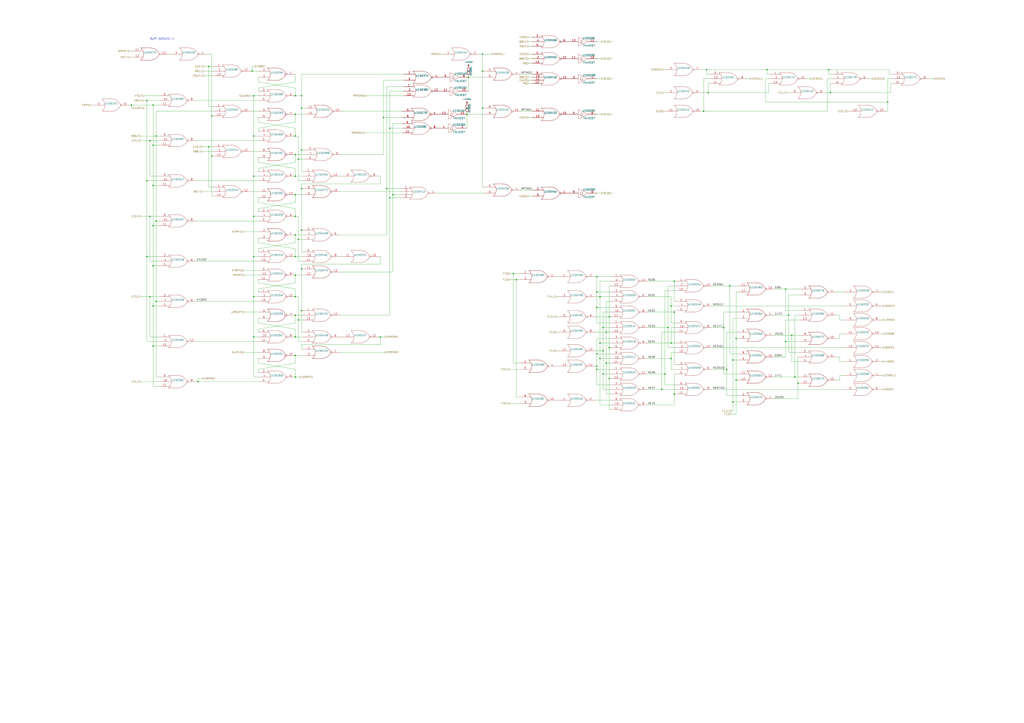
<source format=kicad_sch>
(kicad_sch (version 20211123) (generator eeschema)
  (paper "A1")
  (junction (at 242.57 193.04))
  (junction (at 580.39 57.15))
  (junction (at 120.65 210.82))
  (junction (at 629.92 57.15))
  (junction (at 320.04 162.56))
  (junction (at 645.16 280.67))
  (junction (at 242.57 276.86))
  (junction (at 601.98 295.91))
  (junction (at 245.11 130.81))
  (junction (at 500.38 260.35))
  (junction (at 171.45 120.65))
  (junction (at 242.57 78.74))
  (junction (at 120.65 148.59))
  (junction (at 396.24 44.45))
  (junction (at 495.3 288.29))
  (junction (at 596.9 303.53))
  (junction (at 497.84 273.05))
  (junction (at 551.18 294.64))
  (junction (at 242.57 226.06))
  (junction (at 125.73 218.44))
  (junction (at 208.28 78.74))
  (junction (at 242.57 127))
  (junction (at 424.18 229.87))
  (junction (at 681.99 76.2))
  (junction (at 577.85 91.44))
  (junction (at 543.56 320.04))
  (junction (at 245.11 196.85))
  (junction (at 120.65 82.55))
  (junction (at 495.3 307.34))
  (junction (at 125.73 86.36))
  (junction (at 208.28 111.76))
  (junction (at 242.57 177.8))
  (junction (at 247.65 220.98))
  (junction (at 123.19 115.57))
  (junction (at 317.5 154.94))
  (junction (at 594.36 269.24))
  (junction (at 500.38 285.75))
  (junction (at 490.22 290.83))
  (junction (at 242.57 309.88))
  (junction (at 107.95 86.36))
  (junction (at 125.73 251.46))
  (junction (at 655.32 314.96))
  (junction (at 553.72 231.14))
  (junction (at 601.98 330.2))
  (junction (at 553.72 256.54))
  (junction (at 208.28 177.8))
  (junction (at 247.65 154.94))
  (junction (at 553.72 323.85))
  (junction (at 125.73 185.42))
  (junction (at 383.54 93.98))
  (junction (at 647.7 259.08))
  (junction (at 728.98 83.82))
  (junction (at 604.52 312.42))
  (junction (at 208.28 276.86))
  (junction (at 245.11 262.89))
  (junction (at 247.65 189.23))
  (junction (at 242.57 93.98))
  (junction (at 208.28 243.84))
  (junction (at 652.78 309.88))
  (junction (at 207.01 58.42))
  (junction (at 125.73 119.38))
  (junction (at 128.27 247.65))
  (junction (at 645.16 237.49))
  (junction (at 546.1 307.34))
  (junction (at 242.57 144.78))
  (junction (at 242.57 243.84))
  (junction (at 128.27 181.61))
  (junction (at 123.19 243.84))
  (junction (at 171.45 54.61))
  (junction (at 314.96 96.52))
  (junction (at 242.57 259.08))
  (junction (at 384.81 63.5))
  (junction (at 125.73 152.4))
  (junction (at 173.99 128.27))
  (junction (at 242.57 160.02))
  (junction (at 497.84 298.45))
  (junction (at 247.65 255.27))
  (junction (at 242.57 111.76))
  (junction (at 320.04 105.41))
  (junction (at 581.66 76.2))
  (junction (at 490.22 240.03))
  (junction (at 125.73 284.48))
  (junction (at 128.27 111.76))
  (junction (at 247.65 78.74))
  (junction (at 247.65 88.9))
  (junction (at 208.28 210.82))
  (junction (at 492.76 243.84))
  (junction (at 551.18 281.94))
  (junction (at 396.24 88.9))
  (junction (at 247.65 123.19))
  (junction (at 242.57 210.82))
  (junction (at 599.44 234.95))
  (junction (at 551.18 251.46))
  (junction (at 548.64 269.24))
  (junction (at 162.56 313.69))
  (junction (at 421.64 224.79))
  (junction (at 208.28 144.78))
  (junction (at 396.24 58.42))
  (junction (at 495.3 269.24))
  (junction (at 490.22 303.53))
  (junction (at 490.22 252.73))
  (junction (at 492.76 294.64))
  (junction (at 123.19 177.8))
  (junction (at 322.58 160.02))
  (junction (at 604.52 278.13))
  (junction (at 500.38 311.15))
  (junction (at 173.99 95.25))
  (junction (at 490.22 227.33))
  (junction (at 492.76 281.94))
  (junction (at 680.72 57.15))
  (junction (at 242.57 292.1))
  (junction (at 650.24 275.59))
  (junction (at 312.42 276.86))
  (junction (at 490.22 300.99))
  (wire (pts (xy 426.72 303.53) (xy 419.1 303.53)))
  (wire (pts (xy 543.56 273.05) (xy 543.56 320.04)))
  (wire (pts (xy 247.65 123.19) (xy 250.19 123.19)))
  (wire (pts (xy 171.45 120.65) (xy 171.45 153.67)))
  (wire (pts (xy 655.32 293.37) (xy 655.32 314.96)))
  (wire (pts (xy 247.65 60.96) (xy 331.47 60.96)))
  (wire (pts (xy 581.66 68.58) (xy 582.93 68.58)))
  (wire (pts (xy 419.1 229.87) (xy 424.18 229.87)))
  (wire (pts (xy 242.57 259.08) (xy 248.92 259.08)))
  (wire (pts (xy 212.09 298.45) (xy 212.09 294.64)))
  (wire (pts (xy 631.19 68.58) (xy 632.46 68.58)))
  (wire (pts (xy 689.61 278.13) (xy 689.61 274.32)))
  (wire (pts (xy 492.76 281.94) (xy 492.76 294.64)))
  (wire (pts (xy 107.95 88.9) (xy 109.22 88.9)))
  (wire (pts (xy 175.26 62.23) (xy 167.64 62.23)))
  (wire (pts (xy 171.45 54.61) (xy 175.26 54.61)))
  (wire (pts (xy 107.95 86.36) (xy 125.73 86.36)))
  (wire (pts (xy 125.73 284.48) (xy 130.81 284.48)))
  (wire (pts (xy 115.57 243.84) (xy 123.19 243.84)))
  (wire (pts (xy 723.9 308.61) (xy 725.17 308.61)))
  (wire (pts (xy 247.65 154.94) (xy 248.92 154.94)))
  (wire (pts (xy 636.27 309.88) (xy 652.78 309.88)))
  (wire (pts (xy 551.18 303.53) (xy 554.99 303.53)))
  (wire (pts (xy 728.98 91.44) (xy 727.71 91.44)))
  (wire (pts (xy 421.64 224.79) (xy 421.64 298.45)))
  (wire (pts (xy 424.18 326.39) (xy 426.72 326.39)))
  (wire (pts (xy 175.26 58.42) (xy 167.64 58.42)))
  (wire (pts (xy 687.07 259.08) (xy 689.61 259.08)))
  (wire (pts (xy 173.99 128.27) (xy 173.99 161.29)))
  (wire (pts (xy 123.19 177.8) (xy 130.81 177.8)))
  (wire (pts (xy 208.28 111.76) (xy 208.28 144.78)))
  (wire (pts (xy 247.65 255.27) (xy 247.65 273.05)))
  (wire (pts (xy 656.59 297.18) (xy 650.24 297.18)))
  (wire (pts (xy 553.72 323.85) (xy 553.72 332.74)))
  (wire (pts (xy 426.72 331.47) (xy 419.1 331.47)))
  (wire (pts (xy 546.1 238.76) (xy 554.99 238.76)))
  (wire (pts (xy 125.73 185.42) (xy 130.81 185.42)))
  (wire (pts (xy 384.81 63.5) (xy 384.81 74.93)))
  (wire (pts (xy 553.72 231.14) (xy 553.72 247.65)))
  (wire (pts (xy 247.65 273.05) (xy 248.92 273.05)))
  (wire (pts (xy 115.57 313.69) (xy 130.81 313.69)))
  (wire (pts (xy 242.57 259.08) (xy 242.57 265.43)))
  (wire (pts (xy 551.18 251.46) (xy 551.18 265.43)))
  (wire (pts (xy 317.5 71.12) (xy 331.47 71.12)))
  (wire (pts (xy 311.15 210.82) (xy 312.42 210.82)))
  (wire (pts (xy 125.73 317.5) (xy 130.81 317.5)))
  (wire (pts (xy 120.65 82.55) (xy 120.65 148.59)))
  (wire (pts (xy 553.72 323.85) (xy 554.99 323.85)))
  (wire (pts (xy 436.88 38.1) (xy 434.34 38.1)))
  (wire (pts (xy 554.99 269.24) (xy 551.18 269.24)))
  (wire (pts (xy 125.73 119.38) (xy 130.81 119.38)))
  (wire (pts (xy 161.29 148.59) (xy 212.09 148.59)))
  (wire (pts (xy 490.22 227.33) (xy 490.22 240.03)))
  (wire (pts (xy 120.65 210.82) (xy 120.65 280.67)))
  (wire (pts (xy 605.79 261.62) (xy 601.98 261.62)))
  (wire (pts (xy 205.74 124.46) (xy 212.09 124.46)))
  (wire (pts (xy 492.76 294.64) (xy 492.76 332.74)))
  (wire (pts (xy 689.61 308.61) (xy 689.61 312.42)))
  (wire (pts (xy 532.13 320.04) (xy 543.56 320.04)))
  (wire (pts (xy 396.24 88.9) (xy 396.24 153.67)))
  (wire (pts (xy 397.51 158.75) (xy 359.41 158.75)))
  (wire (pts (xy 208.28 78.74) (xy 208.28 111.76)))
  (wire (pts (xy 322.58 223.52) (xy 279.4 223.52)))
  (wire (pts (xy 645.16 255.27) (xy 645.16 237.49)))
  (wire (pts (xy 120.65 148.59) (xy 130.81 148.59)))
  (wire (pts (xy 543.56 320.04) (xy 554.99 320.04)))
  (wire (pts (xy 500.38 311.15) (xy 500.38 336.55)))
  (wire (pts (xy 320.04 74.93) (xy 320.04 105.41)))
  (wire (pts (xy 175.26 124.46) (xy 166.37 124.46)))
  (wire (pts (xy 645.16 262.89) (xy 645.16 280.67)))
  (wire (pts (xy 396.24 58.42) (xy 396.24 88.9)))
  (wire (pts (xy 393.7 44.45) (xy 396.24 44.45)))
  (wire (pts (xy 596.9 303.53) (xy 585.47 303.53)))
  (wire (pts (xy 247.65 189.23) (xy 248.92 189.23)))
  (wire (pts (xy 317.5 154.94) (xy 317.5 193.04)))
  (wire (pts (xy 242.57 93.98) (xy 242.57 100.33)))
  (wire (pts (xy 490.22 303.53) (xy 490.22 316.23)))
  (wire (pts (xy 551.18 294.64) (xy 551.18 303.53)))
  (wire (pts (xy 594.36 256.54) (xy 594.36 269.24)))
  (wire (pts (xy 250.19 93.98) (xy 242.57 93.98)))
  (wire (pts (xy 245.11 262.89) (xy 248.92 262.89)))
  (wire (pts (xy 723.9 262.89) (xy 725.17 262.89)))
  (wire (pts (xy 495.3 320.04) (xy 501.65 320.04)))
  (wire (pts (xy 551.18 251.46) (xy 554.99 251.46)))
  (wire (pts (xy 125.73 185.42) (xy 125.73 218.44)))
  (wire (pts (xy 138.43 44.45) (xy 139.7 44.45)))
  (wire (pts (xy 247.65 88.9) (xy 247.65 123.19)))
  (wire (pts (xy 161.29 247.65) (xy 212.09 247.65)))
  (wire (pts (xy 490.22 64.77) (xy 494.03 64.77)))
  (wire (pts (xy 687.07 240.03) (xy 693.42 240.03)))
  (wire (pts (xy 577.85 64.77) (xy 582.93 64.77)))
  (wire (pts (xy 419.1 224.79) (xy 421.64 224.79)))
  (wire (pts (xy 501.65 234.95) (xy 500.38 234.95)))
  (wire (pts (xy 457.2 273.05) (xy 458.47 273.05)))
  (wire (pts (xy 212.09 204.47) (xy 212.09 207.01)))
  (wire (pts (xy 436.88 63.5) (xy 434.34 63.5)))
  (wire (pts (xy 500.38 260.35) (xy 500.38 285.75)))
  (wire (pts (xy 495.3 269.24) (xy 495.3 288.29)))
  (wire (pts (xy 495.3 307.34) (xy 501.65 307.34)))
  (wire (pts (xy 679.45 91.44) (xy 679.45 64.77)))
  (wire (pts (xy 457.2 227.33) (xy 458.47 227.33)))
  (wire (pts (xy 125.73 218.44) (xy 125.73 251.46)))
  (wire (pts (xy 279.4 289.56) (xy 316.23 289.56)))
  (wire (pts (xy 604.52 340.36) (xy 600.71 340.36)))
  (wire (pts (xy 490.22 240.03) (xy 501.65 240.03)))
  (wire (pts (xy 173.99 95.25) (xy 175.26 95.25)))
  (wire (pts (xy 245.11 130.81) (xy 245.11 148.59)))
  (wire (pts (xy 500.38 285.75) (xy 500.38 311.15)))
  (wire (pts (xy 107.95 86.36) (xy 107.95 88.9)))
  (wire (pts (xy 396.24 88.9) (xy 397.51 88.9)))
  (wire (pts (xy 645.16 237.49) (xy 656.59 237.49)))
  (wire (pts (xy 553.72 255.27) (xy 553.72 256.54)))
  (wire (pts (xy 208.28 144.78) (xy 208.28 177.8)))
  (wire (pts (xy 161.29 313.69) (xy 162.56 313.69)))
  (wire (pts (xy 317.5 154.94) (xy 328.93 154.94)))
  (wire (pts (xy 730.25 60.96) (xy 732.79 60.96)))
  (wire (pts (xy 551.18 269.24) (xy 551.18 281.94)))
  (wire (pts (xy 577.85 91.44) (xy 679.45 91.44)))
  (wire (pts (xy 312.42 210.82) (xy 312.42 217.17)))
  (wire (pts (xy 242.57 138.43) (xy 212.09 133.35)))
  (wire (pts (xy 629.92 57.15) (xy 629.92 60.96)))
  (wire (pts (xy 123.19 243.84) (xy 123.19 276.86)))
  (wire (pts (xy 330.2 96.52) (xy 314.96 96.52)))
  (wire (pts (xy 322.58 101.6) (xy 330.2 101.6)))
  (wire (pts (xy 497.84 323.85) (xy 501.65 323.85)))
  (wire (pts (xy 490.22 227.33) (xy 501.65 227.33)))
  (wire (pts (xy 363.22 44.45) (xy 361.95 44.45)))
  (wire (pts (xy 118.11 78.74) (xy 130.81 78.74)))
  (wire (pts (xy 585.47 285.75) (xy 693.42 285.75)))
  (wire (pts (xy 242.57 292.1) (xy 242.57 298.45)))
  (wire (pts (xy 601.98 295.91) (xy 601.98 330.2)))
  (wire (pts (xy 424.18 229.87) (xy 426.72 229.87)))
  (wire (pts (xy 207.01 58.42) (xy 212.09 58.42)))
  (wire (pts (xy 490.22 278.13) (xy 501.65 278.13)))
  (wire (pts (xy 546.1 57.15) (xy 544.83 57.15)))
  (wire (pts (xy 320.04 259.08) (xy 279.4 259.08)))
  (wire (pts (xy 427.99 60.96) (xy 436.88 60.96)))
  (wire (pts (xy 577.85 91.44) (xy 577.85 64.77)))
  (wire (pts (xy 167.64 54.61) (xy 171.45 54.61)))
  (wire (pts (xy 490.22 48.26) (xy 494.03 48.26)))
  (wire (pts (xy 681.99 76.2) (xy 731.52 76.2)))
  (wire (pts (xy 421.64 224.79) (xy 426.72 224.79)))
  (wire (pts (xy 245.11 148.59) (xy 248.92 148.59)))
  (wire (pts (xy 427.99 156.21) (xy 436.88 156.21)))
  (wire (pts (xy 74.93 86.36) (xy 76.2 86.36)))
  (wire (pts (xy 320.04 105.41) (xy 330.2 105.41)))
  (wire (pts (xy 173.99 161.29) (xy 175.26 161.29)))
  (wire (pts (xy 245.11 243.84) (xy 245.11 262.89)))
  (wire (pts (xy 212.09 105.41) (xy 212.09 107.95)))
  (wire (pts (xy 200.66 226.06) (xy 212.09 226.06)))
  (wire (pts (xy 689.61 262.89) (xy 693.42 262.89)))
  (wire (pts (xy 128.27 247.65) (xy 128.27 309.88)))
  (wire (pts (xy 125.73 251.46) (xy 125.73 284.48)))
  (wire (pts (xy 495.3 269.24) (xy 501.65 269.24)))
  (wire (pts (xy 208.28 243.84) (xy 212.09 243.84)))
  (wire (pts (xy 248.92 193.04) (xy 242.57 193.04)))
  (wire (pts (xy 242.57 105.41) (xy 212.09 100.33)))
  (wire (pts (xy 604.52 312.42) (xy 604.52 340.36)))
  (wire (pts (xy 242.57 237.49) (xy 212.09 232.41)))
  (wire (pts (xy 495.3 256.54) (xy 495.3 269.24)))
  (wire (pts (xy 212.09 100.33) (xy 212.09 96.52)))
  (wire (pts (xy 599.44 290.83) (xy 605.79 290.83)))
  (wire (pts (xy 636.27 259.08) (xy 647.7 259.08)))
  (wire (pts (xy 497.84 298.45) (xy 497.84 323.85)))
  (wire (pts (xy 123.19 276.86) (xy 130.81 276.86)))
  (wire (pts (xy 605.79 295.91) (xy 601.98 295.91)))
  (wire (pts (xy 728.98 83.82) (xy 728.98 91.44)))
  (wire (pts (xy 314.96 66.04) (xy 314.96 96.52)))
  (wire (pts (xy 548.64 234.95) (xy 554.99 234.95)))
  (wire (pts (xy 128.27 111.76) (xy 128.27 181.61)))
  (wire (pts (xy 120.65 82.55) (xy 130.81 82.55)))
  (wire (pts (xy 488.95 260.35) (xy 500.38 260.35)))
  (wire (pts (xy 125.73 152.4) (xy 125.73 185.42)))
  (wire (pts (xy 242.57 232.41) (xy 212.09 237.49)))
  (wire (pts (xy 248.92 276.86) (xy 242.57 276.86)))
  (wire (pts (xy 490.22 290.83) (xy 490.22 300.99)))
  (wire (pts (xy 647.7 289.56) (xy 656.59 289.56)))
  (wire (pts (xy 548.64 285.75) (xy 554.99 285.75)))
  (wire (pts (xy 628.65 64.77) (xy 632.46 64.77)))
  (wire (pts (xy 320.04 105.41) (xy 320.04 162.56)))
  (wire (pts (xy 687.07 278.13) (xy 689.61 278.13)))
  (wire (pts (xy 500.38 336.55) (xy 501.65 336.55)))
  (wire (pts (xy 242.57 243.84) (xy 245.11 243.84)))
  (wire (pts (xy 115.57 111.76) (xy 128.27 111.76)))
  (wire (pts (xy 320.04 74.93) (xy 331.47 74.93)))
  (wire (pts (xy 599.44 234.95) (xy 599.44 290.83)))
  (wire (pts (xy 731.52 76.2) (xy 731.52 68.58)))
  (wire (pts (xy 312.42 217.17) (xy 247.65 217.17)))
  (wire (pts (xy 581.66 76.2) (xy 581.66 68.58)))
  (wire (pts (xy 548.64 234.95) (xy 548.64 269.24)))
  (wire (pts (xy 652.78 259.08) (xy 652.78 309.88)))
  (wire (pts (xy 497.84 273.05) (xy 497.84 298.45)))
  (wire (pts (xy 396.24 44.45) (xy 396.24 58.42)))
  (wire (pts (xy 532.13 231.14) (xy 553.72 231.14)))
  (wire (pts (xy 424.18 229.87) (xy 424.18 326.39)))
  (wire (pts (xy 242.57 100.33) (xy 212.09 105.41)))
  (wire (pts (xy 120.65 148.59) (xy 120.65 210.82)))
  (wire (pts (xy 320.04 162.56) (xy 320.04 259.08)))
  (wire (pts (xy 247.65 123.19) (xy 247.65 140.97)))
  (wire (pts (xy 205.74 157.48) (xy 212.09 157.48)))
  (wire (pts (xy 681.99 68.58) (xy 683.26 68.58)))
  (wire (pts (xy 118.11 82.55) (xy 120.65 82.55)))
  (wire (pts (xy 242.57 72.39) (xy 212.09 67.31)))
  (wire (pts (xy 212.09 138.43) (xy 212.09 140.97)))
  (wire (pts (xy 500.38 234.95) (xy 500.38 260.35)))
  (wire (pts (xy 242.57 111.76) (xy 245.11 111.76)))
  (wire (pts (xy 546.1 76.2) (xy 544.83 76.2)))
  (wire (pts (xy 383.54 92.71) (xy 383.54 93.98)))
  (wire (pts (xy 655.32 314.96) (xy 655.32 327.66)))
  (wire (pts (xy 242.57 166.37) (xy 212.09 171.45)))
  (wire (pts (xy 208.28 309.88) (xy 212.09 309.88)))
  (wire (pts (xy 397.51 93.98) (xy 383.54 93.98)))
  (wire (pts (xy 488.95 227.33) (xy 490.22 227.33)))
  (wire (pts (xy 242.57 60.96) (xy 242.57 67.31)))
  (wire (pts (xy 652.78 309.88) (xy 656.59 309.88)))
  (wire (pts (xy 680.72 57.15) (xy 730.25 57.15)))
  (wire (pts (xy 594.36 256.54) (xy 605.79 256.54)))
  (wire (pts (xy 242.57 171.45) (xy 212.09 166.37)))
  (wire (pts (xy 492.76 332.74) (xy 501.65 332.74)))
  (wire (pts (xy 457.2 300.99) (xy 458.47 300.99)))
  (wire (pts (xy 723.9 274.32) (xy 725.17 274.32)))
  (wire (pts (xy 107.95 46.99) (xy 106.68 46.99)))
  (wire (pts (xy 247.65 151.13) (xy 247.65 154.94)))
  (wire (pts (xy 125.73 152.4) (xy 130.81 152.4)))
  (wire (pts (xy 242.57 199.39) (xy 212.09 204.47)))
  (wire (pts (xy 497.84 247.65) (xy 501.65 247.65)))
  (wire (pts (xy 245.11 196.85) (xy 245.11 214.63)))
  (wire (pts (xy 245.11 177.8) (xy 245.11 196.85)))
  (wire (pts (xy 576.58 57.15) (xy 580.39 57.15)))
  (wire (pts (xy 731.52 68.58) (xy 732.79 68.58)))
  (wire (pts (xy 171.45 54.61) (xy 171.45 87.63)))
  (wire (pts (xy 123.19 115.57) (xy 123.19 144.78)))
  (wire (pts (xy 128.27 181.61) (xy 130.81 181.61)))
  (wire (pts (xy 656.59 262.89) (xy 645.16 262.89)))
  (wire (pts (xy 242.57 226.06) (xy 248.92 226.06)))
  (wire (pts (xy 242.57 292.1) (xy 248.92 292.1)))
  (wire (pts (xy 490.22 300.99) (xy 488.95 300.99)))
  (wire (pts (xy 713.74 64.77) (xy 716.28 64.77)))
  (wire (pts (xy 546.1 238.76) (xy 546.1 307.34)))
  (wire (pts (xy 384.81 62.23) (xy 384.81 63.5)))
  (wire (pts (xy 551.18 281.94) (xy 554.99 281.94)))
  (wire (pts (xy 656.59 259.08) (xy 652.78 259.08)))
  (wire (pts (xy 553.72 256.54) (xy 553.72 299.72)))
  (wire (pts (xy 245.11 262.89) (xy 245.11 280.67)))
  (wire (pts (xy 601.98 337.82) (xy 600.71 337.82)))
  (wire (pts (xy 245.11 111.76) (xy 245.11 130.81)))
  (wire (pts (xy 553.72 332.74) (xy 532.13 332.74)))
  (wire (pts (xy 647.7 242.57) (xy 647.7 259.08)))
  (wire (pts (xy 162.56 313.69) (xy 162.56 311.15)))
  (wire (pts (xy 532.13 269.24) (xy 548.64 269.24)))
  (wire (pts (xy 576.58 91.44) (xy 577.85 91.44)))
  (wire (pts (xy 212.09 166.37) (xy 212.09 162.56)))
  (wire (pts (xy 656.59 255.27) (xy 645.16 255.27)))
  (wire (pts (xy 492.76 231.14) (xy 492.76 243.84)))
  (wire (pts (xy 125.73 218.44) (xy 130.81 218.44)))
  (wire (pts (xy 585.47 251.46) (xy 693.42 251.46)))
  (wire (pts (xy 553.72 307.34) (xy 553.72 323.85)))
  (wire (pts (xy 242.57 309.88) (xy 246.38 309.88)))
  (wire (pts (xy 645.16 280.67) (xy 645.16 293.37)))
  (wire (pts (xy 613.41 64.77) (xy 615.95 64.77)))
  (wire (pts (xy 532.13 307.34) (xy 546.1 307.34)))
  (wire (pts (xy 242.57 111.76) (xy 242.57 105.41)))
  (wire (pts (xy 161.29 280.67) (xy 212.09 280.67)))
  (wire (pts (xy 242.57 226.06) (xy 242.57 232.41)))
  (wire (pts (xy 247.65 217.17) (xy 247.65 220.98)))
  (wire (pts (xy 171.45 120.65) (xy 175.26 120.65)))
  (wire (pts (xy 173.99 95.25) (xy 173.99 128.27)))
  (wire (pts (xy 123.19 243.84) (xy 130.81 243.84)))
  (wire (pts (xy 497.84 247.65) (xy 497.84 273.05)))
  (wire (pts (xy 123.19 214.63) (xy 130.81 214.63)))
  (wire (pts (xy 123.19 115.57) (xy 130.81 115.57)))
  (wire (pts (xy 655.32 314.96) (xy 656.59 314.96)))
  (wire (pts (xy 312.42 283.21) (xy 247.65 283.21)))
  (wire (pts (xy 330.2 91.44) (xy 280.67 91.44)))
  (wire (pts (xy 421.64 298.45) (xy 426.72 298.45)))
  (wire (pts (xy 247.65 140.97) (xy 248.92 140.97)))
  (wire (pts (xy 605.79 273.05) (xy 596.9 273.05)))
  (wire (pts (xy 495.3 307.34) (xy 495.3 320.04)))
  (wire (pts (xy 175.26 157.48) (xy 166.37 157.48)))
  (wire (pts (xy 328.93 157.48) (xy 279.4 157.48)))
  (wire (pts (xy 312.42 276.86) (xy 316.23 276.86)))
  (wire (pts (xy 650.24 275.59) (xy 656.59 275.59)))
  (wire (pts (xy 647.7 242.57) (xy 656.59 242.57)))
  (wire (pts (xy 247.65 154.94) (xy 247.65 189.23)))
  (wire (pts (xy 212.09 133.35) (xy 212.09 129.54)))
  (wire (pts (xy 322.58 101.6) (xy 322.58 160.02)))
  (wire (pts (xy 490.22 300.99) (xy 490.22 303.53)))
  (wire (pts (xy 279.4 144.78) (xy 280.67 144.78)))
  (wire (pts (xy 200.66 256.54) (xy 212.09 256.54)))
  (wire (pts (xy 125.73 284.48) (xy 125.73 317.5)))
  (wire (pts (xy 436.88 34.29) (xy 434.34 34.29)))
  (wire (pts (xy 208.28 276.86) (xy 208.28 309.88)))
  (wire (pts (xy 170.18 44.45) (xy 173.99 44.45)))
  (wire (pts (xy 205.74 78.74) (xy 208.28 78.74)))
  (wire (pts (xy 242.57 193.04) (xy 242.57 199.39)))
  (wire (pts (xy 171.45 87.63) (xy 175.26 87.63)))
  (wire (pts (xy 331.47 78.74) (xy 300.99 78.74)))
  (wire (pts (xy 247.65 287.02) (xy 248.92 287.02)))
  (wire (pts (xy 250.19 127) (xy 242.57 127)))
  (wire (pts (xy 551.18 289.56) (xy 554.99 289.56)))
  (wire (pts (xy 242.57 243.84) (xy 242.57 237.49)))
  (wire (pts (xy 175.26 91.44) (xy 128.27 91.44)))
  (wire (pts (xy 247.65 220.98) (xy 248.92 220.98)))
  (wire (pts (xy 605.79 240.03) (xy 604.52 240.03)))
  (wire (pts (xy 245.11 196.85) (xy 248.92 196.85)))
  (wire (pts (xy 495.3 288.29) (xy 488.95 288.29)))
  (wire (pts (xy 457.2 288.29) (xy 458.47 288.29)))
  (wire (pts (xy 689.61 259.08) (xy 689.61 262.89)))
  (wire (pts (xy 320.04 162.56) (xy 328.93 162.56)))
  (wire (pts (xy 457.2 328.93) (xy 458.47 328.93)))
  (wire (pts (xy 604.52 278.13) (xy 604.52 312.42)))
  (wire (pts (xy 650.24 297.18) (xy 650.24 275.59)))
  (wire (pts (xy 279.4 276.86) (xy 280.67 276.86)))
  (wire (pts (xy 242.57 276.86) (xy 242.57 270.51)))
  (wire (pts (xy 492.76 231.14) (xy 501.65 231.14)))
  (wire (pts (xy 242.57 177.8) (xy 245.11 177.8)))
  (wire (pts (xy 120.65 280.67) (xy 130.81 280.67)))
  (wire (pts (xy 212.09 232.41) (xy 212.09 229.87)))
  (wire (pts (xy 728.98 83.82) (xy 628.65 83.82)))
  (wire (pts (xy 553.72 307.34) (xy 554.99 307.34)))
  (wire (pts (xy 115.57 115.57) (xy 123.19 115.57)))
  (wire (pts (xy 490.22 278.13) (xy 490.22 290.83)))
  (wire (pts (xy 242.57 67.31) (xy 212.09 72.39)))
  (wire (pts (xy 532.13 243.84) (xy 551.18 243.84)))
  (wire (pts (xy 311.15 144.78) (xy 312.42 144.78)))
  (wire (pts (xy 205.74 91.44) (xy 212.09 91.44)))
  (wire (pts (xy 247.65 60.96) (xy 247.65 78.74)))
  (wire (pts (xy 601.98 330.2) (xy 601.98 337.82)))
  (wire (pts (xy 763.27 64.77) (xy 767.08 64.77)))
  (wire (pts (xy 678.18 76.2) (xy 681.99 76.2)))
  (wire (pts (xy 546.1 91.44) (xy 544.83 91.44)))
  (wire (pts (xy 173.99 44.45) (xy 173.99 95.25)))
  (wire (pts (xy 436.88 66.04) (xy 434.34 66.04)))
  (wire (pts (xy 594.36 269.24) (xy 594.36 307.34)))
  (wire (pts (xy 245.11 214.63) (xy 248.92 214.63)))
  (wire (pts (xy 427.99 91.44) (xy 436.88 91.44)))
  (wire (pts (xy 312.42 276.86) (xy 312.42 283.21)))
  (wire (pts (xy 488.95 273.05) (xy 497.84 273.05)))
  (wire (pts (xy 242.57 309.88) (xy 242.57 303.53)))
  (wire (pts (xy 500.38 260.35) (xy 501.65 260.35)))
  (wire (pts (xy 245.11 280.67) (xy 248.92 280.67)))
  (wire (pts (xy 585.47 269.24) (xy 594.36 269.24)))
  (wire (pts (xy 162.56 313.69) (xy 212.09 313.69)))
  (wire (pts (xy 687.07 293.37) (xy 689.61 293.37)))
  (wire (pts (xy 605.79 278.13) (xy 604.52 278.13)))
  (wire (pts (xy 317.5 193.04) (xy 279.4 193.04)))
  (wire (pts (xy 553.72 231.14) (xy 554.99 231.14)))
  (wire (pts (xy 647.7 76.2) (xy 646.43 76.2)))
  (wire (pts (xy 242.57 144.78) (xy 242.57 138.43)))
  (wire (pts (xy 242.57 177.8) (xy 242.57 171.45)))
  (wire (pts (xy 162.56 311.15) (xy 166.37 311.15)))
  (wire (pts (xy 554.99 273.05) (xy 543.56 273.05)))
  (wire (pts (xy 580.39 60.96) (xy 582.93 60.96)))
  (wire (pts (xy 689.61 293.37) (xy 689.61 297.18)))
  (wire (pts (xy 279.4 210.82) (xy 280.67 210.82)))
  (wire (pts (xy 212.09 270.51) (xy 212.09 273.05)))
  (wire (pts (xy 689.61 274.32) (xy 693.42 274.32)))
  (wire (pts (xy 645.16 293.37) (xy 636.27 293.37)))
  (wire (pts (xy 311.15 276.86) (xy 312.42 276.86)))
  (wire (pts (xy 490.22 252.73) (xy 501.65 252.73)))
  (wire (pts (xy 656.59 280.67) (xy 645.16 280.67)))
  (wire (pts (xy 242.57 78.74) (xy 242.57 72.39)))
  (wire (pts (xy 492.76 281.94) (xy 501.65 281.94)))
  (wire (pts (xy 580.39 57.15) (xy 580.39 60.96)))
  (wire (pts (xy 208.28 177.8) (xy 212.09 177.8)))
  (wire (pts (xy 599.44 234.95) (xy 605.79 234.95)))
  (wire (pts (xy 532.13 281.94) (xy 551.18 281.94)))
  (wire (pts (xy 655.32 293.37) (xy 656.59 293.37)))
  (wire (pts (xy 125.73 119.38) (xy 125.73 152.4)))
  (wire (pts (xy 492.76 243.84) (xy 492.76 281.94)))
  (wire (pts (xy 314.96 127) (xy 280.67 127)))
  (wire (pts (xy 581.66 76.2) (xy 631.19 76.2)))
  (wire (pts (xy 585.47 320.04) (xy 693.42 320.04)))
  (wire (pts (xy 247.65 189.23) (xy 247.65 207.01)))
  (wire (pts (xy 242.57 127) (xy 242.57 133.35)))
  (wire (pts (xy 532.13 256.54) (xy 553.72 256.54)))
  (wire (pts (xy 107.95 41.91) (xy 106.68 41.91)))
  (wire (pts (xy 436.88 30.48) (xy 434.34 30.48)))
  (wire (pts (xy 248.92 210.82) (xy 242.57 210.82)))
  (wire (pts (xy 128.27 111.76) (xy 130.81 111.76)))
  (wire (pts (xy 596.9 273.05) (xy 596.9 303.53)))
  (wire (pts (xy 585.47 234.95) (xy 599.44 234.95)))
  (wire (pts (xy 490.22 158.75) (xy 494.03 158.75)))
  (wire (pts (xy 312.42 144.78) (xy 312.42 151.13)))
  (wire (pts (xy 655.32 327.66) (xy 636.27 327.66)))
  (wire (pts (xy 436.88 52.07) (xy 434.34 52.07)))
  (wire (pts (xy 601.98 261.62) (xy 601.98 295.91)))
  (wire (pts (xy 247.65 78.74) (xy 247.65 88.9)))
  (wire (pts (xy 207.01 58.42) (xy 207.01 54.61)))
  (wire (pts (xy 436.88 48.26) (xy 434.34 48.26)))
  (wire (pts (xy 580.39 57.15) (xy 629.92 57.15)))
  (wire (pts (xy 548.64 269.24) (xy 548.64 285.75)))
  (wire (pts (xy 396.24 58.42) (xy 397.51 58.42)))
  (wire (pts (xy 551.18 289.56) (xy 551.18 294.64)))
  (wire (pts (xy 161.29 181.61) (xy 212.09 181.61)))
  (wire (pts (xy 322.58 160.02) (xy 322.58 223.52)))
  (wire (pts (xy 314.96 66.04) (xy 331.47 66.04)))
  (wire (pts (xy 208.28 243.84) (xy 208.28 276.86)))
  (wire (pts (xy 208.28 177.8) (xy 208.28 210.82)))
  (wire (pts (xy 383.54 93.98) (xy 383.54 105.41)))
  (wire (pts (xy 697.23 91.44) (xy 695.96 91.44)))
  (wire (pts (xy 679.45 64.77) (xy 683.26 64.77)))
  (wire (pts (xy 128.27 309.88) (xy 130.81 309.88)))
  (wire (pts (xy 242.57 265.43) (xy 212.09 270.51)))
  (wire (pts (xy 553.72 255.27) (xy 554.99 255.27)))
  (wire (pts (xy 212.09 111.76) (xy 208.28 111.76)))
  (wire (pts (xy 629.92 60.96) (xy 632.46 60.96)))
  (wire (pts (xy 128.27 181.61) (xy 128.27 247.65)))
  (wire (pts (xy 490.22 93.98) (xy 494.03 93.98)))
  (wire (pts (xy 123.19 177.8) (xy 123.19 214.63)))
  (wire (pts (xy 636.27 237.49) (xy 645.16 237.49)))
  (wire (pts (xy 594.36 307.34) (xy 605.79 307.34)))
  (wire (pts (xy 532.13 294.64) (xy 551.18 294.64)))
  (wire (pts (xy 436.88 161.29) (xy 434.34 161.29)))
  (wire (pts (xy 242.57 204.47) (xy 212.09 199.39)))
  (wire (pts (xy 457.2 243.84) (xy 458.47 243.84)))
  (wire (pts (xy 488.95 243.84) (xy 492.76 243.84)))
  (wire (pts (xy 212.09 67.31) (xy 212.09 63.5)))
  (wire (pts (xy 212.09 72.39) (xy 212.09 74.93)))
  (wire (pts (xy 492.76 294.64) (xy 501.65 294.64)))
  (wire (pts (xy 436.88 96.52) (xy 434.34 96.52)))
  (wire (pts (xy 161.29 214.63) (xy 212.09 214.63)))
  (wire (pts (xy 728.98 64.77) (xy 728.98 83.82)))
  (wire (pts (xy 723.9 240.03) (xy 725.17 240.03)))
  (wire (pts (xy 173.99 128.27) (xy 175.26 128.27)))
  (wire (pts (xy 689.61 312.42) (xy 687.07 312.42)))
  (wire (pts (xy 208.28 210.82) (xy 212.09 210.82)))
  (wire (pts (xy 730.25 57.15) (xy 730.25 60.96)))
  (wire (pts (xy 248.92 144.78) (xy 242.57 144.78)))
  (wire (pts (xy 312.42 151.13) (xy 247.65 151.13)))
  (wire (pts (xy 497.84 298.45) (xy 501.65 298.45)))
  (wire (pts (xy 604.52 240.03) (xy 604.52 278.13)))
  (wire (pts (xy 488.95 328.93) (xy 501.65 328.93)))
  (wire (pts (xy 436.88 44.45) (xy 434.34 44.45)))
  (wire (pts (xy 106.68 86.36) (xy 107.95 86.36)))
  (wire (pts (xy 636.27 275.59) (xy 650.24 275.59)))
  (wire (pts (xy 490.22 303.53) (xy 501.65 303.53)))
  (wire (pts (xy 242.57 133.35) (xy 212.09 138.43)))
  (wire (pts (xy 546.1 316.23) (xy 554.99 316.23)))
  (wire (pts (xy 490.22 252.73) (xy 490.22 265.43)))
  (wire (pts (xy 500.38 285.75) (xy 501.65 285.75)))
  (wire (pts (xy 247.65 283.21) (xy 247.65 287.02)))
  (wire (pts (xy 317.5 71.12) (xy 317.5 154.94)))
  (wire (pts (xy 490.22 34.29) (xy 494.03 34.29)))
  (wire (pts (xy 631.19 76.2) (xy 631.19 68.58)))
  (wire (pts (xy 245.11 130.81) (xy 250.19 130.81)))
  (wire (pts (xy 208.28 276.86) (xy 212.09 276.86)))
  (wire (pts (xy 128.27 91.44) (xy 128.27 111.76)))
  (wire (pts (xy 693.42 308.61) (xy 689.61 308.61)))
  (wire (pts (xy 247.65 88.9) (xy 250.19 88.9)))
  (wire (pts (xy 242.57 270.51) (xy 212.09 265.43)))
  (wire (pts (xy 492.76 243.84) (xy 501.65 243.84)))
  (wire (pts (xy 125.73 86.36) (xy 125.73 119.38)))
  (wire (pts (xy 330.2 109.22) (xy 299.72 109.22)))
  (wire (pts (xy 457.2 260.35) (xy 458.47 260.35)))
  (wire (pts (xy 551.18 265.43) (xy 554.99 265.43)))
  (wire (pts (xy 242.57 303.53) (xy 212.09 298.45)))
  (wire (pts (xy 629.92 57.15) (xy 680.72 57.15)))
  (wire (pts (xy 212.09 199.39) (xy 212.09 195.58)))
  (wire (pts (xy 546.1 307.34) (xy 546.1 316.23)))
  (wire (pts (xy 723.9 285.75) (xy 725.17 285.75)))
  (wire (pts (xy 171.45 153.67) (xy 175.26 153.67)))
  (wire (pts (xy 208.28 78.74) (xy 212.09 78.74)))
  (wire (pts (xy 662.94 64.77) (xy 665.48 64.77)))
  (wire (pts (xy 247.65 207.01) (xy 248.92 207.01)))
  (wire (pts (xy 247.65 255.27) (xy 248.92 255.27)))
  (wire (pts (xy 680.72 60.96) (xy 683.26 60.96)))
  (wire (pts (xy 436.88 68.58) (xy 434.34 68.58)))
  (wire (pts (xy 681.99 76.2) (xy 681.99 68.58)))
  (wire (pts (xy 242.57 210.82) (xy 242.57 204.47)))
  (wire (pts (xy 397.51 63.5) (xy 384.81 63.5)))
  (wire (pts (xy 553.72 247.65) (xy 554.99 247.65)))
  (wire (pts (xy 551.18 243.84) (xy 551.18 251.46)))
  (wire (pts (xy 161.29 115.57) (xy 212.09 115.57)))
  (wire (pts (xy 553.72 299.72) (xy 554.99 299.72)))
  (wire (pts (xy 212.09 303.53) (xy 212.09 306.07)))
  (wire (pts (xy 723.9 297.18) (xy 725.17 297.18)))
  (wire (pts (xy 212.09 265.43) (xy 212.09 261.62)))
  (wire (pts (xy 212.09 171.45) (xy 212.09 173.99)))
  (wire (pts (xy 728.98 64.77) (xy 732.79 64.77)))
  (wire (pts (xy 128.27 247.65) (xy 130.81 247.65)))
  (wire (pts (xy 242.57 78.74) (xy 247.65 78.74)))
  (wire (pts (xy 200.66 222.25) (xy 212.09 222.25)))
  (wire (pts (xy 396.24 44.45) (xy 403.86 44.45)))
  (wire (pts (xy 628.65 83.82) (xy 628.65 64.77)))
  (wire (pts (xy 207.01 54.61) (xy 209.55 54.61)))
  (wire (pts (xy 490.22 240.03) (xy 490.22 252.73)))
  (wire (pts (xy 322.58 160.02) (xy 328.93 160.02)))
  (wire (pts (xy 500.38 311.15) (xy 501.65 311.15)))
  (wire (pts (xy 501.65 256.54) (xy 495.3 256.54)))
  (wire (pts (xy 495.3 288.29) (xy 495.3 307.34)))
  (wire (pts (xy 497.84 273.05) (xy 501.65 273.05)))
  (wire (pts (xy 247.65 220.98) (xy 247.65 255.27)))
  (wire (pts (xy 125.73 86.36) (xy 130.81 86.36)))
  (wire (pts (xy 115.57 177.8) (xy 123.19 177.8)))
  (wire (pts (xy 396.24 153.67) (xy 397.51 153.67)))
  (wire (pts (xy 596.9 303.53) (xy 596.9 325.12)))
  (wire (pts (xy 723.9 320.04) (xy 725.17 320.04)))
  (wire (pts (xy 161.29 82.55) (xy 212.09 82.55)))
  (wire (pts (xy 723.9 251.46) (xy 725.17 251.46)))
  (wire (pts (xy 200.66 190.5) (xy 212.09 190.5)))
  (wire (pts (xy 200.66 289.56) (xy 212.09 289.56)))
  (wire (pts (xy 680.72 57.15) (xy 680.72 60.96)))
  (wire (pts (xy 501.65 290.83) (xy 490.22 290.83)))
  (wire (pts (xy 689.61 297.18) (xy 693.42 297.18)))
  (wire (pts (xy 647.7 259.08) (xy 647.7 289.56)))
  (wire (pts (xy 596.9 325.12) (xy 605.79 325.12)))
  (wire (pts (xy 125.73 251.46) (xy 130.81 251.46)))
  (wire (pts (xy 242.57 160.02) (xy 248.92 160.02)))
  (wire (pts (xy 314.96 96.52) (xy 314.96 127)))
  (wire (pts (xy 120.65 210.82) (xy 130.81 210.82)))
  (wire (pts (xy 242.57 298.45) (xy 212.09 303.53)))
  (wire (pts (xy 605.79 330.2) (xy 601.98 330.2)))
  (wire (pts (xy 490.22 265.43) (xy 501.65 265.43)))
  (wire (pts (xy 490.22 316.23) (xy 501.65 316.23)))
  (wire (pts (xy 166.37 120.65) (xy 171.45 120.65)))
  (wire (pts (xy 242.57 160.02) (xy 242.57 166.37)))
  (wire (pts (xy 208.28 210.82) (xy 208.28 243.84)))
  (wire (pts (xy 212.09 237.49) (xy 212.09 240.03)))
  (wire (pts (xy 576.58 76.2) (xy 581.66 76.2)))
  (wire (pts (xy 208.28 144.78) (xy 212.09 144.78)))
  (wire (pts (xy 605.79 312.42) (xy 604.52 312.42)))
  (wire (pts (xy 205.74 58.42) (xy 207.01 58.42)))
  (wire (pts (xy 123.19 144.78) (xy 130.81 144.78)))
  (text "RUPT SERVICE-1" (at 123.19 33.02 0) (effects (font (size 1.524 1.524)) (justify left bottom)))
  (label "NE06" (at 532.13 307.34 0) (effects (font (size 1.524 1.524))))
  (label "KY1RST" (at 170.18 214.63 180) (effects (font (size 1.524 1.524))))
  (label "2510L" (at 636.27 275.59 0) (effects (font (size 1.524 1.524))))
  (label "RPTAD5" (at 427.99 156.21 0) (effects (font (size 1.524 1.524))))
  (label "147L" (at 636.27 309.88 0) (effects (font (size 1.524 1.524))))
  (label "NE04" (at 532.13 281.94 0) (effects (font (size 1.524 1.524))))
  (label "NE6710/" (at 585.47 320.04 0) (effects (font (size 1.524 1.524))))
  (label "NE345/" (at 585.47 285.75 0) (effects (font (size 1.524 1.524))))
  (label "NE10" (at 532.13 332.74 0) (effects (font (size 1.524 1.524))))
  (label "NE05" (at 532.13 294.64 0) (effects (font (size 1.524 1.524))))
  (label "NE00" (at 532.13 231.14 0) (effects (font (size 1.524 1.524))))
  (label "NE03" (at 532.13 269.24 0) (effects (font (size 1.524 1.524))))
  (label "2510H" (at 636.27 327.66 0) (effects (font (size 1.524 1.524))))
  (label "NE012/" (at 585.47 251.46 0) (effects (font (size 1.524 1.524))))
  (label "NE07" (at 532.13 320.04 0) (effects (font (size 1.524 1.524))))
  (label "KY2RST" (at 170.18 247.65 180) (effects (font (size 1.524 1.524))))
  (label "NE2510/" (at 585.47 303.53 0) (effects (font (size 1.524 1.524))))
  (label "RPTAD4" (at 427.99 91.44 0) (effects (font (size 1.524 1.524))))
  (label "NE147/" (at 585.47 269.24 0) (effects (font (size 1.524 1.524))))
  (label "RPTAD3" (at 427.99 60.96 0) (effects (font (size 1.524 1.524))))
  (label "NE01" (at 532.13 243.84 0) (effects (font (size 1.524 1.524))))
  (label "147H" (at 636.27 259.08 0) (effects (font (size 1.524 1.524))))
  (label "036L" (at 636.27 237.49 0) (effects (font (size 1.524 1.524))))
  (label "036H" (at 636.27 293.37 0) (effects (font (size 1.524 1.524))))
  (label "NE02" (at 532.13 256.54 0) (effects (font (size 1.524 1.524))))
  (label "NE036/" (at 585.47 234.95 0) (effects (font (size 1.524 1.524))))
  (hierarchical_label "F15/" (shape input) (at 419.1 303.53 180) (effects (font (size 1.524 1.524))))
  (hierarchical_label "KYRPT1" (shape input) (at 200.66 190.5 180) (effects (font (size 1.524 1.524))))
  (hierarchical_label "CAD5" (shape input) (at 434.34 161.29 180) (effects (font (size 1.524 1.524))))
  (hierarchical_label "DNRPTA" (shape output) (at 246.38 309.88 0) (effects (font (size 1.524 1.524))))
  (hierarchical_label "CA2/" (shape input) (at 166.37 120.65 180) (effects (font (size 1.524 1.524))))
  (hierarchical_label "RL03/" (shape output) (at 494.03 64.77 0) (effects (font (size 1.524 1.524))))
  (hierarchical_label "PRPOR1" (shape output) (at 316.23 276.86 0) (effects (font (size 1.524 1.524))))
  (hierarchical_label "XT4/" (shape input) (at 115.57 313.69 180) (effects (font (size 1.524 1.524))))
  (hierarchical_label "T6RPT" (shape output) (at 209.55 54.61 0) (effects (font (size 1.524 1.524))))
  (hierarchical_label "S10/" (shape input) (at 695.96 91.44 180) (effects (font (size 1.524 1.524))))
  (hierarchical_label "F14" (shape input) (at 457.2 288.29 180) (effects (font (size 1.524 1.524))))
  (hierarchical_label "KRPTA/" (shape output) (at 109.22 88.9 0) (effects (font (size 1.524 1.524))))
  (hierarchical_label "UPRUPT" (shape input) (at 200.66 256.54 180) (effects (font (size 1.524 1.524))))
  (hierarchical_label "RL05/" (shape output) (at 494.03 158.75 0) (effects (font (size 1.524 1.524))))
  (hierarchical_label "STR14" (shape output) (at 725.17 240.03 0) (effects (font (size 1.524 1.524))))
  (hierarchical_label "STR912" (shape output) (at 725.17 308.61 0) (effects (font (size 1.524 1.524))))
  (hierarchical_label "ROPER" (shape output) (at 725.17 251.46 0) (effects (font (size 1.524 1.524))))
  (hierarchical_label "STR210" (shape output) (at 716.28 64.77 0) (effects (font (size 1.524 1.524))))
  (hierarchical_label "STRGAT" (shape input) (at 544.83 57.15 180) (effects (font (size 1.524 1.524))))
  (hierarchical_label "STR311" (shape output) (at 665.48 64.77 0) (effects (font (size 1.524 1.524))))
  (hierarchical_label "RRPA1/" (shape output) (at 403.86 44.45 0) (effects (font (size 1.524 1.524))))
  (hierarchical_label "F13/" (shape input) (at 457.2 260.35 180) (effects (font (size 1.524 1.524))))
  (hierarchical_label "F13" (shape input) (at 457.2 273.05 180) (effects (font (size 1.524 1.524))))
  (hierarchical_label "ZOUT/" (shape input) (at 167.64 62.23 180) (effects (font (size 1.524 1.524))))
  (hierarchical_label "R6" (shape input) (at 434.34 52.07 180) (effects (font (size 1.524 1.524))))
  (hierarchical_label "ROPET" (shape output) (at 725.17 320.04 0) (effects (font (size 1.524 1.524))))
  (hierarchical_label "F12/" (shape input) (at 600.71 337.82 180) (effects (font (size 1.524 1.524))))
  (hierarchical_label "DRPRST" (shape output) (at 166.37 311.15 0) (effects (font (size 1.524 1.524))))
  (hierarchical_label "XB7/" (shape input) (at 166.37 157.48 180) (effects (font (size 1.524 1.524))))
  (hierarchical_label "XB6/" (shape input) (at 166.37 124.46 180) (effects (font (size 1.524 1.524))))
  (hierarchical_label "STR412" (shape output) (at 615.95 64.77 0) (effects (font (size 1.524 1.524))))
  (hierarchical_label "CAD4" (shape input) (at 434.34 96.52 180) (effects (font (size 1.524 1.524))))
  (hierarchical_label "XB0/" (shape input) (at 115.57 111.76 180) (effects (font (size 1.524 1.524))))
  (hierarchical_label "XT3/" (shape input) (at 115.57 243.84 180) (effects (font (size 1.524 1.524))))
  (hierarchical_label "HIMOD" (shape output) (at 725.17 297.18 0) (effects (font (size 1.524 1.524))))
  (hierarchical_label "PRPOR4" (shape input) (at 299.72 109.22 180) (effects (font (size 1.524 1.524))))
  (hierarchical_label "CAD3" (shape input) (at 434.34 66.04 180) (effects (font (size 1.524 1.524))))
  (hierarchical_label "XT1/" (shape input) (at 115.57 115.57 180) (effects (font (size 1.524 1.524))))
  (hierarchical_label "STR19" (shape output) (at 767.08 64.77 0) (effects (font (size 1.524 1.524))))
  (hierarchical_label "CAD2" (shape input) (at 434.34 44.45 180) (effects (font (size 1.524 1.524))))
  (hierarchical_label "RL02/" (shape output) (at 494.03 48.26 0) (effects (font (size 1.524 1.524))))
  (hierarchical_label "BBK1" (shape input) (at 434.34 34.29 180) (effects (font (size 1.524 1.524))))
  (hierarchical_label "GOJAM" (shape input) (at 205.74 78.74 180) (effects (font (size 1.524 1.524))))
  (hierarchical_label "F11/" (shape input) (at 646.43 76.2 180) (effects (font (size 1.524 1.524))))
  (hierarchical_label "XT2/" (shape input) (at 115.57 177.8 180) (effects (font (size 1.524 1.524))))
  (hierarchical_label "WOVR/" (shape input) (at 106.68 41.91 180) (effects (font (size 1.524 1.524))))
  (hierarchical_label "XT0/" (shape input) (at 118.11 78.74 180) (effects (font (size 1.524 1.524))))
  (hierarchical_label "BBK3" (shape input) (at 434.34 63.5 180) (effects (font (size 1.524 1.524))))
  (hierarchical_label "KYRPT2" (shape input) (at 200.66 222.25 180) (effects (font (size 1.524 1.524))))
  (hierarchical_label "R6" (shape input) (at 434.34 68.58 180) (effects (font (size 1.524 1.524))))
  (hierarchical_label "XB4/" (shape input) (at 118.11 82.55 180) (effects (font (size 1.524 1.524))))
  (hierarchical_label "LOMOD" (shape output) (at 725.17 262.89 0) (effects (font (size 1.524 1.524))))
  (hierarchical_label "STR58" (shape output) (at 725.17 274.32 0) (effects (font (size 1.524 1.524))))
  (hierarchical_label "S10" (shape input) (at 544.83 91.44 180) (effects (font (size 1.524 1.524))))
  (hierarchical_label "ROPES" (shape output) (at 725.17 285.75 0) (effects (font (size 1.524 1.524))))
  (hierarchical_label "XB1/" (shape input) (at 167.64 58.42 180) (effects (font (size 1.524 1.524))))
  (hierarchical_label "CAD1" (shape input) (at 434.34 30.48 180) (effects (font (size 1.524 1.524))))
  (hierarchical_label "F12" (shape input) (at 600.71 340.36 180) (effects (font (size 1.524 1.524))))
  (hierarchical_label "RB1F" (shape input) (at 434.34 38.1 180) (effects (font (size 1.524 1.524))))
  (hierarchical_label "F16" (shape input) (at 419.1 224.79 180) (effects (font (size 1.524 1.524))))
  (hierarchical_label "DLKPLS" (shape input) (at 200.66 289.56 180) (effects (font (size 1.524 1.524))))
  (hierarchical_label "OVF/" (shape input) (at 106.68 46.99 180) (effects (font (size 1.524 1.524))))
  (hierarchical_label "RRPA" (shape input) (at 361.95 44.45 180) (effects (font (size 1.524 1.524))))
  (hierarchical_label "F14/" (shape input) (at 457.2 243.84 180) (effects (font (size 1.524 1.524))))
  (hierarchical_label "CA3/" (shape input) (at 167.64 54.61 180) (effects (font (size 1.524 1.524))))
  (hierarchical_label "BBK2" (shape input) (at 434.34 48.26 180) (effects (font (size 1.524 1.524))))
  (hierarchical_label "PRPOR2" (shape output) (at 316.23 289.56 0) (effects (font (size 1.524 1.524))))
  (hierarchical_label "F16/" (shape input) (at 419.1 331.47 180) (effects (font (size 1.524 1.524))))
  (hierarchical_label "F11" (shape input) (at 544.83 76.2 180) (effects (font (size 1.524 1.524))))
  (hierarchical_label "MKRPT" (shape input) (at 200.66 226.06 180) (effects (font (size 1.524 1.524))))
  (hierarchical_label "RL04/" (shape output) (at 494.03 93.98 0) (effects (font (size 1.524 1.524))))
  (hierarchical_label "PRPOR3" (shape input) (at 300.99 78.74 180) (effects (font (size 1.524 1.524))))
  (hierarchical_label "KRPT" (shape input) (at 74.93 86.36 180) (effects (font (size 1.524 1.524))))
  (hierarchical_label "RL01/" (shape output) (at 494.03 34.29 0) (effects (font (size 1.524 1.524))))
  (hierarchical_label "F15" (shape input) (at 419.1 229.87 180) (effects (font (size 1.524 1.524))))
  (symbol (lib_id "agc_kicad_components:74HC02") (at 123.19 44.45 0) (unit 4)
    (property "Reference" "U15027" (at 123.19 43.18 0) (effects (font (size 1.524 1.524))))
    (property "Value" "74HC02" (effects hide))
  )
  (symbol (lib_id "agc_kicad_components:74HC04") (at 154.94 44.45 0) (unit 2)
    (property "Reference" "U15022" (at 154.94 43.18 0) (effects (font (size 1.524 1.524))))
    (property "Value" "74HC04" (effects hide))
  )
  (symbol (lib_id "agc_kicad_components:74HC27") (at 190.5 58.42 0) (unit 1)
    (property "Reference" "U15028" (at 190.5 57.15 0) (effects (font (size 1.524 1.524))))
    (property "Value" "74HC27" (effects hide))
  )
  (symbol (lib_id "agc_kicad_components:74HC02") (at 227.33 60.96 0) (unit 1)
    (property "Reference" "U15029" (at 227.33 59.69 0) (effects (font (size 1.524 1.524))))
    (property "Value" "74HC02" (effects hide))
    (property "Initial" "1" (at 233.68 60.96 0) (effects (font (size 1.524 1.524) italic)))
  )
  (symbol (lib_id "agc_kicad_components:74HC27") (at 227.33 78.74 0) (unit 2)
    (property "Reference" "U15028" (at 227.33 77.47 0) (effects (font (size 1.524 1.524))))
    (property "Value" "74HC27" (effects hide))
  )
  (symbol (lib_id "agc_kicad_components:74HC27") (at 146.05 82.55 0) (unit 3)
    (property "Reference" "U15028" (at 146.05 81.28 0) (effects (font (size 1.524 1.524))))
    (property "Value" "74HC27" (effects hide))
  )
  (symbol (lib_id "agc_kicad_components:74HC04") (at 91.44 86.36 0) (unit 3)
    (property "Reference" "U15022" (at 91.44 85.09 0) (effects (font (size 1.524 1.524))))
    (property "Value" "74HC04" (effects hide))
  )
  (symbol (lib_id "agc_kicad_components:74HC27") (at 190.5 91.44 0) (unit 1)
    (property "Reference" "U15030" (at 190.5 90.17 0) (effects (font (size 1.524 1.524))))
    (property "Value" "74HC27" (effects hide))
  )
  (symbol (lib_id "agc_kicad_components:74HC02") (at 227.33 93.98 0) (unit 2)
    (property "Reference" "U15029" (at 227.33 92.71 0) (effects (font (size 1.524 1.524))))
    (property "Value" "74HC02" (effects hide))
    (property "Initial" "1" (at 233.68 93.98 0) (effects (font (size 1.524 1.524) italic)))
  )
  (symbol (lib_id "agc_kicad_components:74HC27") (at 227.33 111.76 0) (unit 2)
    (property "Reference" "U15030" (at 227.33 110.49 0) (effects (font (size 1.524 1.524))))
    (property "Value" "74HC27" (effects hide))
  )
  (symbol (lib_id "agc_kicad_components:74HC27") (at 146.05 115.57 0) (unit 3)
    (property "Reference" "U15030" (at 146.05 114.3 0) (effects (font (size 1.524 1.524))))
    (property "Value" "74HC27" (effects hide))
  )
  (symbol (lib_id "agc_kicad_components:74HC27") (at 190.5 124.46 0) (unit 1)
    (property "Reference" "U15031" (at 190.5 123.19 0) (effects (font (size 1.524 1.524))))
    (property "Value" "74HC27" (effects hide))
  )
  (symbol (lib_id "agc_kicad_components:74HC02") (at 227.33 127 0) (unit 3)
    (property "Reference" "U15029" (at 227.33 125.73 0) (effects (font (size 1.524 1.524))))
    (property "Value" "74HC02" (effects hide))
    (property "Initial" "1" (at 233.68 127 0) (effects (font (size 1.524 1.524) italic)))
  )
  (symbol (lib_id "agc_kicad_components:74HC27") (at 227.33 144.78 0) (unit 2)
    (property "Reference" "U15031" (at 227.33 143.51 0) (effects (font (size 1.524 1.524))))
    (property "Value" "74HC27" (effects hide))
  )
  (symbol (lib_id "agc_kicad_components:74HC27") (at 146.05 148.59 0) (unit 3)
    (property "Reference" "U15031" (at 146.05 147.32 0) (effects (font (size 1.524 1.524))))
    (property "Value" "74HC27" (effects hide))
  )
  (symbol (lib_id "agc_kicad_components:74HC02") (at 227.33 160.02 0) (unit 4)
    (property "Reference" "U15029" (at 227.33 158.75 0) (effects (font (size 1.524 1.524))))
    (property "Value" "74HC02" (effects hide))
    (property "Initial" "1" (at 233.68 160.02 0) (effects (font (size 1.524 1.524) italic)))
  )
  (symbol (lib_id "agc_kicad_components:74HC27") (at 227.33 177.8 0) (unit 2)
    (property "Reference" "U15032" (at 227.33 176.53 0) (effects (font (size 1.524 1.524))))
    (property "Value" "74HC27" (effects hide))
  )
  (symbol (lib_id "agc_kicad_components:74HC27") (at 190.5 157.48 0) (unit 1)
    (property "Reference" "U15032" (at 190.5 156.21 0) (effects (font (size 1.524 1.524))))
    (property "Value" "74HC27" (effects hide))
  )
  (symbol (lib_id "agc_kicad_components:74HC27") (at 146.05 181.61 0) (unit 3)
    (property "Reference" "U15032" (at 146.05 180.34 0) (effects (font (size 1.524 1.524))))
    (property "Value" "74HC27" (effects hide))
  )
  (symbol (lib_id "agc_kicad_components:74HC02") (at 227.33 193.04 0) (unit 1)
    (property "Reference" "U15033" (at 227.33 191.77 0) (effects (font (size 1.524 1.524))))
    (property "Value" "74HC02" (effects hide))
    (property "Initial" "1" (at 233.68 193.04 0) (effects (font (size 1.524 1.524) italic)))
  )
  (symbol (lib_id "agc_kicad_components:74HC27") (at 227.33 210.82 0) (unit 1)
    (property "Reference" "U15034" (at 227.33 209.55 0) (effects (font (size 1.524 1.524))))
    (property "Value" "74HC27" (effects hide))
  )
  (symbol (lib_id "agc_kicad_components:74HC27") (at 146.05 214.63 0) (unit 2)
    (property "Reference" "U15034" (at 146.05 213.36 0) (effects (font (size 1.524 1.524))))
    (property "Value" "74HC27" (effects hide))
  )
  (symbol (lib_id "agc_kicad_components:74HC27") (at 227.33 243.84 0) (unit 1)
    (property "Reference" "U15035" (at 227.33 242.57 0) (effects (font (size 1.524 1.524))))
    (property "Value" "74HC27" (effects hide))
  )
  (symbol (lib_id "agc_kicad_components:74HC27") (at 146.05 247.65 0) (unit 2)
    (property "Reference" "U15035" (at 146.05 246.38 0) (effects (font (size 1.524 1.524))))
    (property "Value" "74HC27" (effects hide))
  )
  (symbol (lib_id "agc_kicad_components:74HC27") (at 227.33 226.06 0) (unit 3)
    (property "Reference" "U15034" (at 227.33 224.79 0) (effects (font (size 1.524 1.524))))
    (property "Value" "74HC27" (effects hide))
    (property "Initial" "1" (at 233.68 226.06 0) (effects (font (size 1.524 1.524) italic)))
  )
  (symbol (lib_id "agc_kicad_components:74HC02") (at 227.33 259.08 0) (unit 2)
    (property "Reference" "U15033" (at 227.33 257.81 0) (effects (font (size 1.524 1.524))))
    (property "Value" "74HC02" (effects hide))
    (property "Initial" "1" (at 233.68 259.08 0) (effects (font (size 1.524 1.524) italic)))
  )
  (symbol (lib_id "agc_kicad_components:74HC27") (at 227.33 276.86 0) (unit 3)
    (property "Reference" "U15035" (at 227.33 275.59 0) (effects (font (size 1.524 1.524))))
    (property "Value" "74HC27" (effects hide))
  )
  (symbol (lib_id "agc_kicad_components:74HC27") (at 146.05 280.67 0) (unit 1)
    (property "Reference" "U15036" (at 146.05 279.4 0) (effects (font (size 1.524 1.524))))
    (property "Value" "74HC27" (effects hide))
  )
  (symbol (lib_id "agc_kicad_components:74HC02") (at 227.33 292.1 0) (unit 3)
    (property "Reference" "U15033" (at 227.33 290.83 0) (effects (font (size 1.524 1.524))))
    (property "Value" "74HC02" (effects hide))
    (property "Initial" "1" (at 233.68 292.1 0) (effects (font (size 1.524 1.524) italic)))
  )
  (symbol (lib_id "agc_kicad_components:74HC27") (at 227.33 309.88 0) (unit 2)
    (property "Reference" "U15036" (at 227.33 308.61 0) (effects (font (size 1.524 1.524))))
    (property "Value" "74HC27" (effects hide))
  )
  (symbol (lib_id "agc_kicad_components:74HC27") (at 146.05 313.69 0) (unit 3)
    (property "Reference" "U15036" (at 146.05 312.42 0) (effects (font (size 1.524 1.524))))
    (property "Value" "74HC27" (effects hide))
  )
  (symbol (lib_id "agc_kicad_components:74HC02") (at 265.43 91.44 0) (unit 4)
    (property "Reference" "U15033" (at 265.43 90.17 0) (effects (font (size 1.524 1.524))))
    (property "Value" "74HC02" (effects hide))
  )
  (symbol (lib_id "agc_kicad_components:74HC02") (at 346.71 63.5 0) (unit 1)
    (property "Reference" "U15037" (at 346.71 62.23 0) (effects (font (size 1.524 1.524))))
    (property "Value" "74HC02" (effects hide))
  )
  (symbol (lib_id "agc_kicad_components:74HC27") (at 346.71 74.93 0) (unit 1)
    (property "Reference" "U15038" (at 346.71 73.66 0) (effects (font (size 1.524 1.524))))
    (property "Value" "74HC27" (effects hide))
  )
  (symbol (lib_id "agc_kicad_components:74LVC07") (at 373.38 63.5 0) (unit 4)
    (property "Reference" "U15016" (at 378.333 60.579 0) (effects (font (size 1.524 1.524))))
    (property "Value" "74LVC07" (at 378.206 66.675 0) (effects (font (size 1.524 1.524))))
  )
  (symbol (lib_id "agc_kicad_components:74LVC07") (at 373.38 74.93 0) (unit 5)
    (property "Reference" "U15016" (at 378.333 72.009 0) (effects (font (size 1.524 1.524))))
    (property "Value" "74LVC07" (at 378.206 78.105 0) (effects (font (size 1.524 1.524))))
  )
  (symbol (lib_id "Device:R") (at 384.81 58.42 0) (unit 1)
    (property "Reference" "R15001" (at 386.842 58.42 90))
    (property "Value" "5k" (at 384.81 58.42 90))
  )
  (symbol (lib_id "agc_kicad_components:74HC27") (at 265.43 127 0) (unit 2)
    (property "Reference" "U15038" (at 265.43 125.73 0) (effects (font (size 1.524 1.524))))
    (property "Value" "74HC27" (effects hide))
  )
  (symbol (lib_id "agc_kicad_components:74HC02") (at 345.44 93.98 0) (unit 2)
    (property "Reference" "U15037" (at 345.44 92.71 0) (effects (font (size 1.524 1.524))))
    (property "Value" "74HC02" (effects hide))
  )
  (symbol (lib_id "agc_kicad_components:74HC27") (at 345.44 105.41 0) (unit 3)
    (property "Reference" "U15038" (at 345.44 104.14 0) (effects (font (size 1.524 1.524))))
    (property "Value" "74HC27" (effects hide))
  )
  (symbol (lib_id "agc_kicad_components:74LVC07") (at 372.11 93.98 0) (unit 6)
    (property "Reference" "U15016" (at 377.063 91.059 0) (effects (font (size 1.524 1.524))))
    (property "Value" "74LVC07" (at 376.936 97.155 0) (effects (font (size 1.524 1.524))))
  )
  (symbol (lib_id "agc_kicad_components:74LVC07") (at 372.11 105.41 0) (unit 1)
    (property "Reference" "U15039" (at 377.063 102.489 0) (effects (font (size 1.524 1.524))))
    (property "Value" "74LVC07" (at 376.936 108.585 0) (effects (font (size 1.524 1.524))))
  )
  (symbol (lib_id "Device:R") (at 383.54 88.9 0) (unit 1)
    (property "Reference" "R15002" (at 385.572 88.9 90))
    (property "Value" "5k" (at 383.54 88.9 90))
  )
  (symbol (lib_id "agc_kicad_components:74HC27") (at 264.16 144.78 0) (unit 1)
    (property "Reference" "U15040" (at 264.16 143.51 0) (effects (font (size 1.524 1.524))))
    (property "Value" "74HC27" (effects hide))
  )
  (symbol (lib_id "agc_kicad_components:74HC04") (at 295.91 144.78 0) (unit 4)
    (property "Reference" "U15022" (at 295.91 143.51 0) (effects (font (size 1.524 1.524))))
    (property "Value" "74HC04" (effects hide))
  )
  (symbol (lib_id "agc_kicad_components:74HC02") (at 264.16 157.48 0) (unit 3)
    (property "Reference" "U15037" (at 264.16 156.21 0) (effects (font (size 1.524 1.524))))
    (property "Value" "74HC02" (effects hide))
  )
  (symbol (lib_id "agc_kicad_components:74HC02") (at 412.75 156.21 0) (unit 2)
    (property "Reference" "U15045" (at 412.75 154.94 0) (effects (font (size 1.524 1.524))))
    (property "Value" "74HC02" (effects hide))
  )
  (symbol (lib_id "agc_kicad_components:74HC4002") (at 344.17 158.75 0) (unit 1)
    (property "Reference" "U15041" (at 344.17 157.48 0) (effects (font (size 1.524 1.524))))
    (property "Value" "74HC4002" (effects hide))
  )
  (symbol (lib_id "agc_kicad_components:74HC27") (at 264.16 193.04 0) (unit 2)
    (property "Reference" "U15040" (at 264.16 191.77 0) (effects (font (size 1.524 1.524))))
    (property "Value" "74HC27" (effects hide))
  )
  (symbol (lib_id "agc_kicad_components:74HC27") (at 264.16 210.82 0) (unit 3)
    (property "Reference" "U15040" (at 264.16 209.55 0) (effects (font (size 1.524 1.524))))
    (property "Value" "74HC27" (effects hide))
  )
  (symbol (lib_id "agc_kicad_components:74HC04") (at 295.91 210.82 0) (unit 5)
    (property "Reference" "U15022" (at 295.91 209.55 0) (effects (font (size 1.524 1.524))))
    (property "Value" "74HC04" (effects hide))
  )
  (symbol (lib_id "agc_kicad_components:74HC02") (at 264.16 223.52 0) (unit 4)
    (property "Reference" "U15037" (at 264.16 222.25 0) (effects (font (size 1.524 1.524))))
    (property "Value" "74HC02" (effects hide))
  )
  (symbol (lib_id "agc_kicad_components:74HC27") (at 264.16 259.08 0) (unit 1)
    (property "Reference" "U15042" (at 264.16 257.81 0) (effects (font (size 1.524 1.524))))
    (property "Value" "74HC27" (effects hide))
  )
  (symbol (lib_id "agc_kicad_components:74HC27") (at 264.16 276.86 0) (unit 2)
    (property "Reference" "U15042" (at 264.16 275.59 0) (effects (font (size 1.524 1.524))))
    (property "Value" "74HC27" (effects hide))
  )
  (symbol (lib_id "agc_kicad_components:74HC04") (at 295.91 276.86 0) (unit 6)
    (property "Reference" "U15022" (at 295.91 275.59 0) (effects (font (size 1.524 1.524))))
    (property "Value" "74HC04" (effects hide))
  )
  (symbol (lib_id "agc_kicad_components:74HC02") (at 264.16 289.56 0) (unit 1)
    (property "Reference" "U15043" (at 264.16 288.29 0) (effects (font (size 1.524 1.524))))
    (property "Value" "74HC02" (effects hide))
  )
  (symbol (lib_id "agc_kicad_components:74HC02") (at 412.75 60.96 0) (unit 2)
    (property "Reference" "U15043" (at 412.75 59.69 0) (effects (font (size 1.524 1.524))))
    (property "Value" "74HC02" (effects hide))
  )
  (symbol (lib_id "agc_kicad_components:74HC04") (at 378.46 44.45 0) (unit 1)
    (property "Reference" "U15044" (at 378.46 43.18 0) (effects (font (size 1.524 1.524))))
    (property "Value" "74HC04" (effects hide))
  )
  (symbol (lib_id "agc_kicad_components:74LVC07") (at 478.79 64.77 0) (unit 2)
    (property "Reference" "U15039" (at 483.743 61.849 0) (effects (font (size 1.524 1.524))))
    (property "Value" "74LVC07" (at 483.616 67.945 0) (effects (font (size 1.524 1.524))))
  )
  (symbol (lib_id "agc_kicad_components:74HC02") (at 412.75 91.44 0) (unit 3)
    (property "Reference" "U15043" (at 412.75 90.17 0) (effects (font (size 1.524 1.524))))
    (property "Value" "74HC02" (effects hide))
  )
  (symbol (lib_id "agc_kicad_components:74LVC07") (at 478.79 93.98 0) (unit 3)
    (property "Reference" "U15039" (at 483.743 91.059 0) (effects (font (size 1.524 1.524))))
    (property "Value" "74LVC07" (at 483.616 97.155 0) (effects (font (size 1.524 1.524))))
  )
  (symbol (lib_id "agc_kicad_components:74HC02") (at 452.12 93.98 0) (unit 4)
    (property "Reference" "U15043" (at 452.12 92.71 0) (effects (font (size 1.524 1.524))))
    (property "Value" "74HC02" (effects hide))
  )
  (symbol (lib_id "agc_kicad_components:74LVC07") (at 478.79 158.75 0) (unit 4)
    (property "Reference" "U15039" (at 483.743 155.829 0) (effects (font (size 1.524 1.524))))
    (property "Value" "74LVC07" (at 483.616 161.925 0) (effects (font (size 1.524 1.524))))
  )
  (symbol (lib_id "agc_kicad_components:74HC02") (at 452.12 158.75 0) (unit 1)
    (property "Reference" "U15045" (at 452.12 157.48 0) (effects (font (size 1.524 1.524))))
    (property "Value" "74HC02" (effects hide))
  )
  (symbol (lib_id "agc_kicad_components:74HC27") (at 452.12 48.26 0) (unit 1)
    (property "Reference" "U15046" (at 452.12 46.99 0) (effects (font (size 1.524 1.524))))
    (property "Value" "74HC27" (effects hide))
  )
  (symbol (lib_id "agc_kicad_components:74LVC07") (at 478.79 48.26 0) (unit 5)
    (property "Reference" "U15039" (at 483.743 45.339 0) (effects (font (size 1.524 1.524))))
    (property "Value" "74LVC07" (at 483.616 51.435 0) (effects (font (size 1.524 1.524))))
  )
  (symbol (lib_id "agc_kicad_components:74HC27") (at 452.12 34.29 0) (unit 2)
    (property "Reference" "U15046" (at 452.12 33.02 0) (effects (font (size 1.524 1.524))))
    (property "Value" "74HC27" (effects hide))
  )
  (symbol (lib_id "agc_kicad_components:74LVC07") (at 478.79 34.29 0) (unit 6)
    (property "Reference" "U15039" (at 483.743 31.369 0) (effects (font (size 1.524 1.524))))
    (property "Value" "74LVC07" (at 483.616 37.465 0) (effects (font (size 1.524 1.524))))
  )
  (symbol (lib_id "agc_kicad_components:74HC04") (at 561.34 57.15 0) (unit 2)
    (property "Reference" "U15044" (at 561.34 55.88 0) (effects (font (size 1.524 1.524))))
    (property "Value" "74HC04" (effects hide))
  )
  (symbol (lib_id "agc_kicad_components:74HC27") (at 598.17 64.77 0) (unit 3)
    (property "Reference" "U15046" (at 598.17 63.5 0) (effects (font (size 1.524 1.524))))
    (property "Value" "74HC27" (effects hide))
  )
  (symbol (lib_id "agc_kicad_components:74HC27") (at 647.7 64.77 0) (unit 1)
    (property "Reference" "U15047" (at 647.7 63.5 0) (effects (font (size 1.524 1.524))))
    (property "Value" "74HC27" (effects hide))
  )
  (symbol (lib_id "agc_kicad_components:74HC27") (at 698.5 64.77 0) (unit 2)
    (property "Reference" "U15047" (at 698.5 63.5 0) (effects (font (size 1.524 1.524))))
    (property "Value" "74HC27" (effects hide))
  )
  (symbol (lib_id "agc_kicad_components:74HC27") (at 748.03 64.77 0) (unit 3)
    (property "Reference" "U15047" (at 748.03 63.5 0) (effects (font (size 1.524 1.524))))
    (property "Value" "74HC27" (effects hide))
  )
  (symbol (lib_id "agc_kicad_components:74HC04") (at 561.34 76.2 0) (unit 3)
    (property "Reference" "U15044" (at 561.34 74.93 0) (effects (font (size 1.524 1.524))))
    (property "Value" "74HC04" (effects hide))
  )
  (symbol (lib_id "agc_kicad_components:74HC04") (at 662.94 76.2 0) (unit 4)
    (property "Reference" "U15044" (at 662.94 74.93 0) (effects (font (size 1.524 1.524))))
    (property "Value" "74HC04" (effects hide))
  )
  (symbol (lib_id "agc_kicad_components:74HC04") (at 561.34 91.44 0) (unit 5)
    (property "Reference" "U15044" (at 561.34 90.17 0) (effects (font (size 1.524 1.524))))
    (property "Value" "74HC04" (effects hide))
  )
  (symbol (lib_id "agc_kicad_components:74HC04") (at 712.47 91.44 0) (unit 6)
    (property "Reference" "U15044" (at 712.47 90.17 0) (effects (font (size 1.524 1.524))))
    (property "Value" "74HC04" (effects hide))
  )
  (symbol (lib_id "agc_kicad_components:74HC02") (at 441.96 227.33 0) (unit 1)
    (property "Reference" "U15048" (at 441.96 226.06 0) (effects (font (size 1.524 1.524))))
    (property "Value" "74HC02" (effects hide))
  )
  (symbol (lib_id "agc_kicad_components:74HC04") (at 473.71 227.33 0) (unit 1)
    (property "Reference" "U15049" (at 473.71 226.06 0) (effects (font (size 1.524 1.524))))
    (property "Value" "74HC04" (effects hide))
  )
  (symbol (lib_id "agc_kicad_components:74HC27") (at 516.89 231.14 0) (unit 1)
    (property "Reference" "U15050" (at 516.89 229.87 0) (effects (font (size 1.524 1.524))))
    (property "Value" "74HC27" (effects hide))
  )
  (symbol (lib_id "agc_kicad_components:74HC27") (at 516.89 243.84 0) (unit 2)
    (property "Reference" "U15050" (at 516.89 242.57 0) (effects (font (size 1.524 1.524))))
    (property "Value" "74HC27" (effects hide))
  )
  (symbol (lib_id "agc_kicad_components:74HC04") (at 473.71 243.84 0) (unit 2)
    (property "Reference" "U15049" (at 473.71 242.57 0) (effects (font (size 1.524 1.524))))
    (property "Value" "74HC04" (effects hide))
  )
  (symbol (lib_id "agc_kicad_components:74HC27") (at 516.89 256.54 0) (unit 3)
    (property "Reference" "U15050" (at 516.89 255.27 0) (effects (font (size 1.524 1.524))))
    (property "Value" "74HC27" (effects hide))
  )
  (symbol (lib_id "agc_kicad_components:74HC04") (at 473.71 260.35 0) (unit 3)
    (property "Reference" "U15049" (at 473.71 259.08 0) (effects (font (size 1.524 1.524))))
    (property "Value" "74HC04" (effects hide))
  )
  (symbol (lib_id "agc_kicad_components:74HC27") (at 516.89 269.24 0) (unit 1)
    (property "Reference" "U15051" (at 516.89 267.97 0) (effects (font (size 1.524 1.524))))
    (property "Value" "74HC27" (effects hide))
  )
  (symbol (lib_id "agc_kicad_components:74HC04") (at 473.71 273.05 0) (unit 4)
    (property "Reference" "U15049" (at 473.71 271.78 0) (effects (font (size 1.524 1.524))))
    (property "Value" "74HC04" (effects hide))
  )
  (symbol (lib_id "agc_kicad_components:74HC27") (at 516.89 281.94 0) (unit 2)
    (property "Reference" "U15051" (at 516.89 280.67 0) (effects (font (size 1.524 1.524))))
    (property "Value" "74HC27" (effects hide))
  )
  (symbol (lib_id "agc_kicad_components:74HC04") (at 473.71 288.29 0) (unit 5)
    (property "Reference" "U15049" (at 473.71 287.02 0) (effects (font (size 1.524 1.524))))
    (property "Value" "74HC04" (effects hide))
  )
  (symbol (lib_id "agc_kicad_components:74HC02") (at 441.96 300.99 0) (unit 2)
    (property "Reference" "U15048" (at 441.96 299.72 0) (effects (font (size 1.524 1.524))))
    (property "Value" "74HC02" (effects hide))
  )
  (symbol (lib_id "agc_kicad_components:74HC04") (at 473.71 300.99 0) (unit 6)
    (property "Reference" "U15049" (at 473.71 299.72 0) (effects (font (size 1.524 1.524))))
    (property "Value" "74HC04" (effects hide))
  )
  (symbol (lib_id "agc_kicad_components:74HC27") (at 516.89 294.64 0) (unit 3)
    (property "Reference" "U15051" (at 516.89 293.37 0) (effects (font (size 1.524 1.524))))
    (property "Value" "74HC27" (effects hide))
  )
  (symbol (lib_id "agc_kicad_components:74HC27") (at 516.89 307.34 0) (unit 1)
    (property "Reference" "U15052" (at 516.89 306.07 0) (effects (font (size 1.524 1.524))))
    (property "Value" "74HC27" (effects hide))
  )
  (symbol (lib_id "agc_kicad_components:74HC27") (at 516.89 320.04 0) (unit 2)
    (property "Reference" "U15052" (at 516.89 318.77 0) (effects (font (size 1.524 1.524))))
    (property "Value" "74HC27" (effects hide))
  )
  (symbol (lib_id "agc_kicad_components:74HC27") (at 516.89 332.74 0) (unit 3)
    (property "Reference" "U15052" (at 516.89 331.47 0) (effects (font (size 1.524 1.524))))
    (property "Value" "74HC27" (effects hide))
  )
  (symbol (lib_id "agc_kicad_components:74HC04") (at 473.71 328.93 0) (unit 1)
    (property "Reference" "U15053" (at 473.71 327.66 0) (effects (font (size 1.524 1.524))))
    (property "Value" "74HC04" (effects hide))
  )
  (symbol (lib_id "agc_kicad_components:74HC02") (at 441.96 328.93 0) (unit 3)
    (property "Reference" "U15048" (at 441.96 327.66 0) (effects (font (size 1.524 1.524))))
    (property "Value" "74HC02" (effects hide))
  )
  (symbol (lib_id "agc_kicad_components:74HC27") (at 570.23 234.95 0) (unit 1)
    (property "Reference" "U15054" (at 570.23 233.68 0) (effects (font (size 1.524 1.524))))
    (property "Value" "74HC27" (effects hide))
  )
  (symbol (lib_id "agc_kicad_components:74HC27") (at 570.23 251.46 0) (unit 2)
    (property "Reference" "U15054" (at 570.23 250.19 0) (effects (font (size 1.524 1.524))))
    (property "Value" "74HC27" (effects hide))
  )
  (symbol (lib_id "agc_kicad_components:74HC27") (at 570.23 269.24 0) (unit 3)
    (property "Reference" "U15054" (at 570.23 267.97 0) (effects (font (size 1.524 1.524))))
    (property "Value" "74HC27" (effects hide))
  )
  (symbol (lib_id "agc_kicad_components:74HC27") (at 570.23 285.75 0) (unit 1)
    (property "Reference" "U15055" (at 570.23 284.48 0) (effects (font (size 1.524 1.524))))
    (property "Value" "74HC27" (effects hide))
  )
  (symbol (lib_id "agc_kicad_components:74HC27") (at 570.23 303.53 0) (unit 2)
    (property "Reference" "U15055" (at 570.23 302.26 0) (effects (font (size 1.524 1.524))))
    (property "Value" "74HC27" (effects hide))
  )
  (symbol (lib_id "agc_kicad_components:74HC27") (at 570.23 320.04 0) (unit 3)
    (property "Reference" "U15055" (at 570.23 318.77 0) (effects (font (size 1.524 1.524))))
    (property "Value" "74HC27" (effects hide))
  )
  (symbol (lib_id "agc_kicad_components:74HC02") (at 621.03 237.49 0) (unit 4)
    (property "Reference" "U15048" (at 621.03 236.22 0) (effects (font (size 1.524 1.524))))
    (property "Value" "74HC02" (effects hide))
  )
  (symbol (lib_id "agc_kicad_components:74HC02") (at 621.03 259.08 0) (unit 1)
    (property "Reference" "U15056" (at 621.03 257.81 0) (effects (font (size 1.524 1.524))))
    (property "Value" "74HC02" (effects hide))
  )
  (symbol (lib_id "agc_kicad_components:74HC02") (at 621.03 275.59 0) (unit 2)
    (property "Reference" "U15056" (at 621.03 274.32 0) (effects (font (size 1.524 1.524))))
    (property "Value" "74HC02" (effects hide))
  )
  (symbol (lib_id "agc_kicad_components:74HC02") (at 621.03 293.37 0) (unit 3)
    (property "Reference" "U15056" (at 621.03 292.1 0) (effects (font (size 1.524 1.524))))
    (property "Value" "74HC02" (effects hide))
  )
  (symbol (lib_id "agc_kicad_components:74HC02") (at 621.03 309.88 0) (unit 4)
    (property "Reference" "U15056" (at 621.03 308.61 0) (effects (font (size 1.524 1.524))))
    (property "Value" "74HC02" (effects hide))
  )
  (symbol (lib_id "agc_kicad_components:74HC02") (at 621.03 327.66 0) (unit 1)
    (property "Reference" "U15057" (at 621.03 326.39 0) (effects (font (size 1.524 1.524))))
    (property "Value" "74HC02" (effects hide))
  )
  (symbol (lib_id "agc_kicad_components:74HC02") (at 671.83 240.03 0) (unit 2)
    (property "Reference" "U15057" (at 671.83 238.76 0) (effects (font (size 1.524 1.524))))
    (property "Value" "74HC02" (effects hide))
  )
  (symbol (lib_id "agc_kicad_components:74HC27") (at 671.83 259.08 0) (unit 1)
    (property "Reference" "U15058" (at 671.83 257.81 0) (effects (font (size 1.524 1.524))))
    (property "Value" "74HC27" (effects hide))
  )
  (symbol (lib_id "agc_kicad_components:74HC02") (at 671.83 278.13 0) (unit 3)
    (property "Reference" "U15057" (at 671.83 276.86 0) (effects (font (size 1.524 1.524))))
    (property "Value" "74HC02" (effects hide))
  )
  (symbol (lib_id "agc_kicad_components:74HC27") (at 671.83 293.37 0) (unit 2)
    (property "Reference" "U15058" (at 671.83 292.1 0) (effects (font (size 1.524 1.524))))
    (property "Value" "74HC27" (effects hide))
  )
  (symbol (lib_id "agc_kicad_components:74HC02") (at 671.83 312.42 0) (unit 4)
    (property "Reference" "U15057" (at 671.83 311.15 0) (effects (font (size 1.524 1.524))))
    (property "Value" "74HC02" (effects hide))
  )
  (symbol (lib_id "agc_kicad_components:74HC04") (at 708.66 240.03 0) (unit 2)
    (property "Reference" "U15053" (at 708.66 238.76 0) (effects (font (size 1.524 1.524))))
    (property "Value" "74HC04" (effects hide))
  )
  (symbol (lib_id "agc_kicad_components:74HC04") (at 708.66 251.46 0) (unit 3)
    (property "Reference" "U15053" (at 708.66 250.19 0) (effects (font (size 1.524 1.524))))
    (property "Value" "74HC04" (effects hide))
  )
  (symbol (lib_id "agc_kicad_components:74HC04") (at 708.66 262.89 0) (unit 4)
    (property "Reference" "U15053" (at 708.66 261.62 0) (effects (font (size 1.524 1.524))))
    (property "Value" "74HC04" (effects hide))
  )
  (symbol (lib_id "agc_kicad_components:74HC04") (at 708.66 274.32 0) (unit 5)
    (property "Reference" "U15053" (at 708.66 273.05 0) (effects (font (size 1.524 1.524))))
    (property "Value" "74HC04" (effects hide))
  )
  (symbol (lib_id "agc_kicad_components:74HC04") (at 708.66 285.75 0) (unit 6)
    (property "Reference" "U15053" (at 708.66 284.48 0) (effects (font (size 1.524 1.524))))
    (property "Value" "74HC04" (effects hide))
  )
  (symbol (lib_id "agc_kicad_components:74HC04") (at 708.66 297.18 0) (unit 1)
    (property "Reference" "U15059" (at 708.66 295.91 0) (effects (font (size 1.524 1.524))))
    (property "Value" "74HC04" (effects hide))
  )
  (symbol (lib_id "agc_kicad_components:74HC04") (at 708.66 308.61 0) (unit 2)
    (property "Reference" "U15059" (at 708.66 307.34 0) (effects (font (size 1.524 1.524))))
    (property "Value" "74HC04" (effects hide))
  )
  (symbol (lib_id "agc_kicad_components:74HC04") (at 708.66 320.04 0) (unit 3)
    (property "Reference" "U15059" (at 708.66 318.77 0) (effects (font (size 1.524 1.524))))
    (property "Value" "74HC04" (effects hide))
  )
  (symbol (lib_id "agc_kicad_components:74HC4002") (at 452.12 64.77 0) (unit 2)
    (property "Reference" "U15041" (at 452.12 63.5 0) (effects (font (size 1.524 1.524))))
    (property "Value" "74HC4002" (effects hide))
  )
  (symbol (lib_id "agc_kicad_components:+4VSW") (at 384.81 54.61 0) (unit 1)
    (property "Reference" "#PWR011" (effects hide))
    (property "Value" "+4VSW" (at 384.81 51.054 0))
  )
  (symbol (lib_id "agc_kicad_components:+4VSW") (at 383.54 85.09 0) (unit 1)
    (property "Reference" "#PWR012" (effects hide))
    (property "Value" "+4VSW" (at 383.54 81.534 0))
  )
)
</source>
